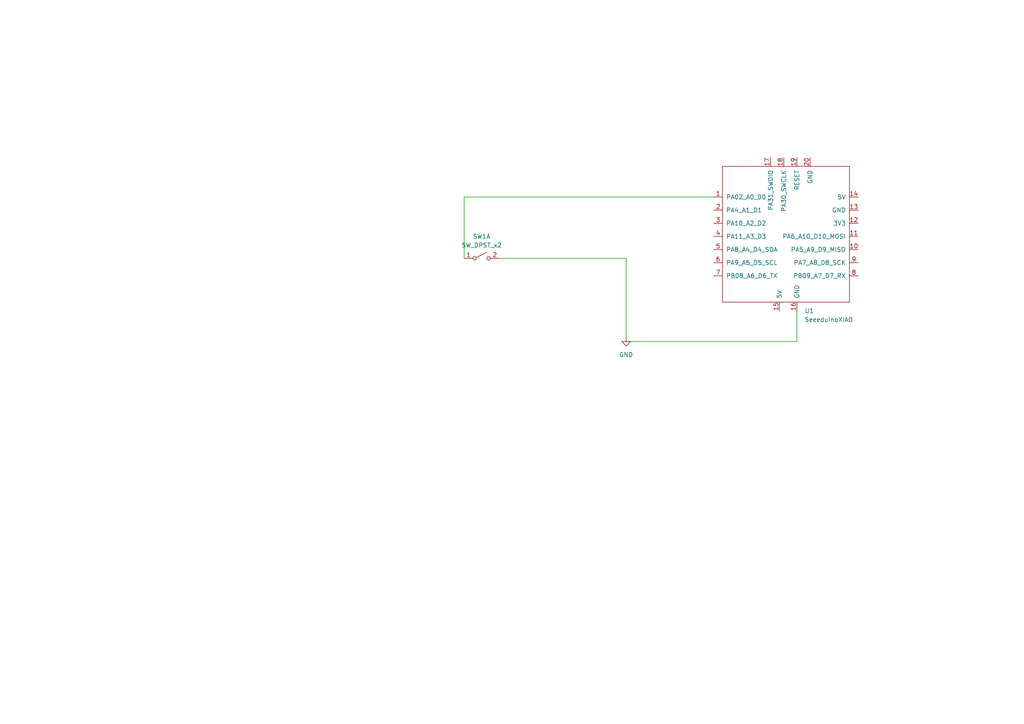
<source format=kicad_sch>
(kicad_sch (version 20231120) (generator "eeschema") (generator_version "8.0")
  (paper "A4")
  (lib_symbols
    (symbol "Seeeduino XIAO:SeeeduinoXIAO" (pin_names (offset 1.016))
      (property "Reference" "U" (at -19.05 22.86 0))
      (property "Value" "SeeeduinoXIAO" (at -12.7 21.59 0))
      (symbol "SeeeduinoXIAO_0_1"
        (rectangle (start -19.05 20.32) (end 17.78 -19.05))
      )
      (symbol "SeeeduinoXIAO_1_1"
        (pin unspecified line (at -21.59 11.43 0) (length 2.54) (name "PA02_A0_D0") (number "1"))
        (pin unspecified line (at 20.32 -3.81 180) (length 2.54) (name "PA5_A9_D9_MISO") (number "10"))
        (pin unspecified line (at 20.32 0 180) (length 2.54) (name "PA6_A10_D10_MOSI") (number "11"))
        (pin unspecified line (at 20.32 3.81 180) (length 2.54) (name "3V3") (number "12"))
        (pin unspecified line (at 20.32 7.62 180) (length 2.54) (name "GND") (number "13"))
        (pin unspecified line (at 20.32 11.43 180) (length 2.54) (name "5V") (number "14"))
        (pin input line (at -2.54 -21.59 90) (length 2.54) (name "5V") (number "15"))
        (pin input line (at 2.54 -21.59 90) (length 2.54) (name "GND") (number "16"))
        (pin input line (at -5.08 22.86 270) (length 2.54) (name "PA31_SWDIO") (number "17"))
        (pin input line (at -1.27 22.86 270) (length 2.54) (name "PA30_SWCLK") (number "18"))
        (pin input line (at 2.54 22.86 270) (length 2.54) (name "RESET") (number "19"))
        (pin unspecified line (at -21.59 7.62 0) (length 2.54) (name "PA4_A1_D1") (number "2"))
        (pin input line (at 6.35 22.86 270) (length 2.54) (name "GND") (number "20"))
        (pin unspecified line (at -21.59 3.81 0) (length 2.54) (name "PA10_A2_D2") (number "3"))
        (pin unspecified line (at -21.59 0 0) (length 2.54) (name "PA11_A3_D3") (number "4"))
        (pin unspecified line (at -21.59 -3.81 0) (length 2.54) (name "PA8_A4_D4_SDA") (number "5"))
        (pin unspecified line (at -21.59 -7.62 0) (length 2.54) (name "PA9_A5_D5_SCL") (number "6"))
        (pin unspecified line (at -21.59 -11.43 0) (length 2.54) (name "PB08_A6_D6_TX") (number "7"))
        (pin unspecified line (at 20.32 -11.43 180) (length 2.54) (name "PB09_A7_D7_RX") (number "8"))
        (pin unspecified line (at 20.32 -7.62 180) (length 2.54) (name "PA7_A8_D8_SCK") (number "9"))
      )
    )
    (symbol "Switch:SW_DPST_x2" (pin_names (offset 0) hide)
      (property "Reference" "SW" (at 0 3.175 0))
      (property "Value" "SW_DPST_x2" (at 0 -2.54 0))
      (symbol "SW_DPST_x2_0_0"
        (circle (center -2.032 0) (radius 0.508))
        (polyline (pts (xy -1.524 0.254) (xy 1.524 1.778)))
        (circle (center 2.032 0) (radius 0.508))
      )
      (symbol "SW_DPST_x2_1_1"
        (pin passive line (at -5.08 0 0) (length 2.54) (name "A") (number "1"))
        (pin passive line (at 5.08 0 180) (length 2.54) (name "B") (number "2"))
      )
      (symbol "SW_DPST_x2_2_1"
        (pin passive line (at -5.08 0 0) (length 2.54) (name "A") (number "3"))
        (pin passive line (at 5.08 0 180) (length 2.54) (name "B") (number "4"))
      )
    )
    (symbol "power:GND" (power) (pin_numbers hide) (pin_names (offset 0) hide)
      (property "Value" "GND" (at 0 -3.81 0))
      (symbol "GND_0_1"
        (polyline (pts (xy 0 0) (xy 0 -1.27) (xy 1.27 -1.27) (xy 0 -2.54) (xy -1.27 -1.27) (xy 0 -1.27)))
      )
      (symbol "GND_1_1"
        (pin power_in line (at 0 0 270) (length 0) (name "~") (number "1"))
      )
    )
  )
  (wire (pts (xy 231.14 99.06) (xy 231.14 90.17)))
  (wire (pts (xy 134.62 57.15) (xy 207.01 57.15)))
  (wire (pts (xy 181.61 99.06) (xy 231.14 99.06)))
  (wire (pts (xy 181.61 74.93) (xy 181.61 97.79)))
  (wire (pts (xy 134.62 74.93) (xy 134.62 57.15)))
  (wire (pts (xy 144.78 74.93) (xy 181.61 74.93)))
  (symbol (lib_id "power:GND") (at 181.61 97.79 0) (unit 1)
    (property "Reference" "#PWR01" (effects (hide yes)))
    (property "Value" "GND" (at 181.61 102.87 0))
    (property "Description" "Power symbol creates a global label with name \"GND\" , ground" (effects (hide yes)))
  )
  (symbol (lib_id "Switch:SW_DPST_x2") (at 139.7 74.93 0) (unit 1)
    (property "Reference" "SW1" (at 139.7 68.58 0))
    (property "Value" "SW_DPST_x2" (at 139.7 71.12 0))
    (property "Footprint" "pg1316:CPG1316S01D02_mikeholscher" (effects (hide yes)))
    (property "Description" "Single Pole Single Throw (SPST) switch, separate symbol" (effects (hide yes)))
  )
  (symbol (lib_id "Seeeduino XIAO:SeeeduinoXIAO") (at 228.6 68.58 0) (unit 1)
    (property "Reference" "U1" (at 233.3341 90.17 0) (effects (justify left)))
    (property "Value" "SeeeduinoXIAO" (at 233.3341 92.71 0) (effects (justify left)))
    (property "Footprint" "vendors:Seeeduino XIAO-MOUDLE14P-2.54-21X17.8MM" (effects (hide yes)))
  )
)
</source>
